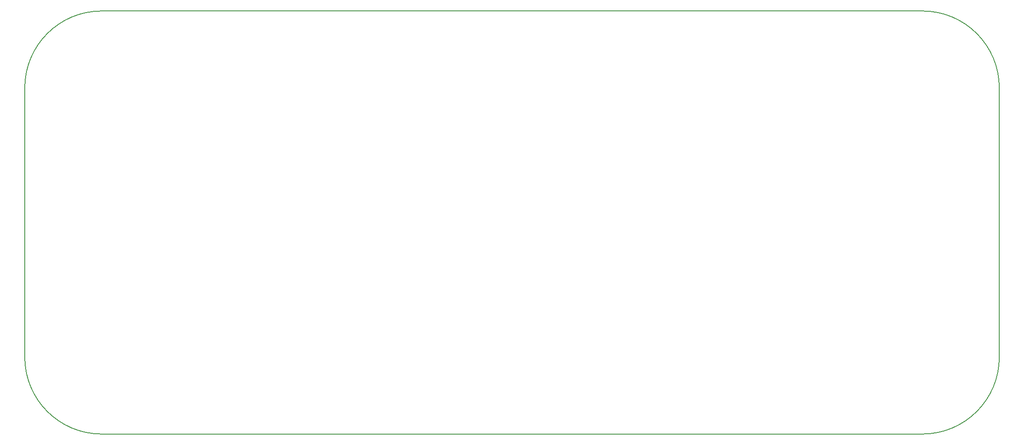
<source format=gbr>
G04 #@! TF.GenerationSoftware,KiCad,Pcbnew,(5.0.0)*
G04 #@! TF.CreationDate,2020-11-20T21:57:33-05:00*
G04 #@! TF.ProjectId,WS2812B Mini Clock top Layer,57533238313242204D696E6920436C6F,rev?*
G04 #@! TF.SameCoordinates,Original*
G04 #@! TF.FileFunction,Profile,NP*
%FSLAX46Y46*%
G04 Gerber Fmt 4.6, Leading zero omitted, Abs format (unit mm)*
G04 Created by KiCad (PCBNEW (5.0.0)) date 11/20/20 21:57:33*
%MOMM*%
%LPD*%
G01*
G04 APERTURE LIST*
%ADD10C,0.150000*%
G04 APERTURE END LIST*
D10*
X220000000Y-62500000D02*
G75*
G02X235000000Y-77500000I0J-15000000D01*
G01*
X140000000Y-145000000D02*
X220000000Y-145000000D01*
X235000000Y-130000000D02*
G75*
G02X220000000Y-145000000I-15000000J0D01*
G01*
X220000000Y-62500000D02*
X140000000Y-62500000D01*
X235000000Y-77500000D02*
X235000000Y-130000000D01*
X45000000Y-77500000D02*
G75*
G02X60000000Y-62500000I15000000J0D01*
G01*
X140000000Y-62500000D02*
X60000000Y-62500000D01*
X45000000Y-130000000D02*
X45000000Y-77500000D01*
X60000000Y-145000000D02*
X140000000Y-145000000D01*
X60000000Y-145000000D02*
G75*
G02X45000000Y-130000000I0J15000000D01*
G01*
M02*

</source>
